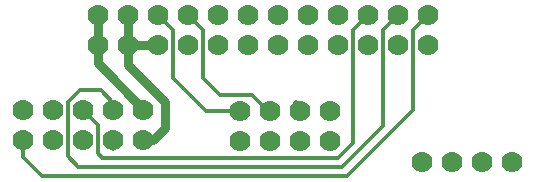
<source format=gbl>
G04 #@! TF.FileFunction,Copper,L2,Bot,Signal*
%FSLAX46Y46*%
G04 Gerber Fmt 4.6, Leading zero omitted, Abs format (unit mm)*
G04 Created by KiCad (PCBNEW 4.0.2-stable) date 12/31/2017 6:21:13 PM*
%MOMM*%
G01*
G04 APERTURE LIST*
%ADD10C,0.100000*%
%ADD11C,1.778000*%
%ADD12C,0.762000*%
%ADD13C,0.254000*%
%ADD14C,0.508000*%
%ADD15C,0.304800*%
%ADD16C,0.203200*%
G04 APERTURE END LIST*
D10*
D11*
X143880000Y-123280000D03*
X143880000Y-125820000D03*
X141340000Y-123280000D03*
X141340000Y-125820000D03*
X138800000Y-123280000D03*
X138800000Y-125820000D03*
X136260000Y-123280000D03*
X136260000Y-125820000D03*
X133720000Y-123280000D03*
X133720000Y-125820000D03*
X159660000Y-125920000D03*
X159660000Y-123380000D03*
X157120000Y-125920000D03*
X157120000Y-123380000D03*
X154580000Y-123380000D03*
X154580000Y-125920000D03*
X152040000Y-123380000D03*
X152040000Y-125920000D03*
X170030000Y-127700000D03*
X167490000Y-127700000D03*
X172570000Y-127700000D03*
X175110000Y-127700000D03*
X140030000Y-117770000D03*
X140030000Y-115230000D03*
X142570000Y-117770000D03*
X142570000Y-115230000D03*
X145110000Y-117770000D03*
X145110000Y-115230000D03*
X147650000Y-117770000D03*
X147650000Y-115230000D03*
X150190000Y-117770000D03*
X150190000Y-115230000D03*
X152730000Y-117770000D03*
X152730000Y-115230000D03*
X155270000Y-117770000D03*
X155270000Y-115230000D03*
X157810000Y-117770000D03*
X157810000Y-115230000D03*
X160350000Y-117770000D03*
X160350000Y-115230000D03*
X162890000Y-117770000D03*
X162890000Y-115230000D03*
X165430000Y-117770000D03*
X165430000Y-115230000D03*
X167970000Y-117770000D03*
X167970000Y-115230000D03*
D12*
X145110000Y-117770000D02*
X142570000Y-117770000D01*
X142570000Y-117770000D02*
X142570000Y-115230000D01*
X143880000Y-125820000D02*
X144721000Y-125820000D01*
X144721000Y-125820000D02*
X145748000Y-124793000D01*
X145748000Y-124793000D02*
X145748000Y-122634000D01*
X145748000Y-122634000D02*
X142570000Y-119456000D01*
X142570000Y-119456000D02*
X142570000Y-117770000D01*
D13*
X142573000Y-117773000D02*
X142570000Y-117770000D01*
D12*
X140030000Y-117770000D02*
X140030000Y-115230000D01*
X143880000Y-123280000D02*
X143880000Y-123179000D01*
X143880000Y-123179000D02*
X140030000Y-119329000D01*
X140030000Y-119329000D02*
X140030000Y-117770000D01*
D14*
X143880000Y-123280000D02*
X143727000Y-123280000D01*
D13*
X143880000Y-123280000D02*
X143854000Y-123280000D01*
X143880000Y-123280000D02*
X143880000Y-122798000D01*
D15*
X154580000Y-123380000D02*
X154480000Y-123380000D01*
X154480000Y-123380000D02*
X153100000Y-122000000D01*
X153100000Y-122000000D02*
X150350000Y-122000000D01*
X150350000Y-122000000D02*
X148900000Y-120550000D01*
X148900000Y-120550000D02*
X148900000Y-116480000D01*
X148900000Y-116480000D02*
X147650000Y-115230000D01*
D16*
X154559000Y-123317000D02*
X154559000Y-122865400D01*
X154559000Y-123317000D02*
X154559000Y-122509800D01*
D15*
X152040000Y-123380000D02*
X149230000Y-123380000D01*
X146400000Y-116520000D02*
X145110000Y-115230000D01*
X146400000Y-120550000D02*
X146400000Y-116520000D01*
X149230000Y-123380000D02*
X146400000Y-120550000D01*
D16*
X152019000Y-123317000D02*
X152019000Y-122814600D01*
D15*
X141340000Y-123280000D02*
X141340000Y-122671000D01*
X141340000Y-122671000D02*
X140287000Y-121618000D01*
X164163000Y-116497000D02*
X165430000Y-115230000D01*
X164163000Y-124666000D02*
X164163000Y-116497000D01*
X160734000Y-128095000D02*
X164163000Y-124666000D01*
X138382000Y-128095000D02*
X160734000Y-128095000D01*
X137493000Y-127206000D02*
X138382000Y-128095000D01*
X137493000Y-122634000D02*
X137493000Y-127206000D01*
X138509000Y-121618000D02*
X137493000Y-122634000D01*
X140287000Y-121618000D02*
X138509000Y-121618000D01*
X165430000Y-115230000D02*
X165430000Y-115270000D01*
X141340000Y-125820000D02*
X141340000Y-126590000D01*
X141340000Y-125820000D02*
X141340000Y-125760000D01*
X138800000Y-123280000D02*
X138800000Y-123306000D01*
X138800000Y-123306000D02*
X140033000Y-124539000D01*
X161623000Y-116497000D02*
X162890000Y-115230000D01*
X161623000Y-126063000D02*
X161623000Y-116497000D01*
X160353000Y-127333000D02*
X161623000Y-126063000D01*
X140414000Y-127333000D02*
X160353000Y-127333000D01*
X140033000Y-126952000D02*
X140414000Y-127333000D01*
X140033000Y-124539000D02*
X140033000Y-126952000D01*
X138800000Y-123280000D02*
X139155000Y-123280000D01*
X138800000Y-123280000D02*
X138570000Y-123280000D01*
X138811000Y-123317000D02*
X138811000Y-122589000D01*
X138800000Y-125820000D02*
X138980000Y-125820000D01*
D16*
X138811000Y-125857000D02*
X138816600Y-125857000D01*
X138300000Y-125857000D02*
X138300000Y-125850000D01*
X136271000Y-125857000D02*
X136378200Y-125857000D01*
X136271000Y-125857000D02*
X136556000Y-125857000D01*
X135760000Y-125857000D02*
X135943000Y-125857000D01*
D15*
X152730000Y-115230000D02*
X152420000Y-115230000D01*
X167970000Y-115230000D02*
X167970000Y-115280000D01*
X167970000Y-115280000D02*
X166700000Y-116550000D01*
X133720000Y-127304000D02*
X133720000Y-125820000D01*
X135281000Y-128865000D02*
X133720000Y-127304000D01*
X161107000Y-128865000D02*
X135281000Y-128865000D01*
X166700000Y-123272000D02*
X161107000Y-128865000D01*
X166700000Y-116550000D02*
X166700000Y-123272000D01*
D16*
X154559000Y-125857000D02*
X154559000Y-125811800D01*
X156845000Y-125857000D02*
X156850600Y-125857000D01*
D14*
X156845000Y-123317000D02*
X156845000Y-122713000D01*
M02*

</source>
